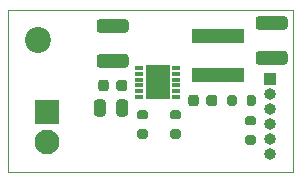
<source format=gbr>
%TF.GenerationSoftware,KiCad,Pcbnew,(5.1.9)-1*%
%TF.CreationDate,2021-04-13T21:36:38+02:00*%
%TF.ProjectId,PS-DC-3V3-2A,50532d44-432d-4335-9633-2d32412e6b69,V1.0*%
%TF.SameCoordinates,Original*%
%TF.FileFunction,Soldermask,Top*%
%TF.FilePolarity,Negative*%
%FSLAX46Y46*%
G04 Gerber Fmt 4.6, Leading zero omitted, Abs format (unit mm)*
G04 Created by KiCad (PCBNEW (5.1.9)-1) date 2021-04-13 21:36:38*
%MOMM*%
%LPD*%
G01*
G04 APERTURE LIST*
%TA.AperFunction,Profile*%
%ADD10C,0.050000*%
%TD*%
%ADD11C,2.200000*%
%ADD12R,4.400000X1.180000*%
%ADD13O,1.000000X1.000000*%
%ADD14R,1.000000X1.000000*%
%ADD15R,0.650000X0.300000*%
%ADD16R,2.050000X2.860000*%
%ADD17C,2.100000*%
%ADD18R,2.100000X2.100000*%
G04 APERTURE END LIST*
D10*
X135890000Y-93980000D02*
X160020000Y-93980000D01*
X135890000Y-107696000D02*
X135890000Y-93980000D01*
X160020000Y-107696000D02*
X135890000Y-107696000D01*
X160020000Y-93980000D02*
X160020000Y-107696000D01*
D11*
%TO.C,MP0*%
X138430000Y-96520000D03*
%TD*%
D12*
%TO.C,L1*%
X153670000Y-99445000D03*
X153670000Y-96135000D03*
%TD*%
%TO.C,R4*%
G36*
G01*
X156739000Y-103715000D02*
X156189000Y-103715000D01*
G75*
G02*
X155989000Y-103515000I0J200000D01*
G01*
X155989000Y-103115000D01*
G75*
G02*
X156189000Y-102915000I200000J0D01*
G01*
X156739000Y-102915000D01*
G75*
G02*
X156939000Y-103115000I0J-200000D01*
G01*
X156939000Y-103515000D01*
G75*
G02*
X156739000Y-103715000I-200000J0D01*
G01*
G37*
G36*
G01*
X156739000Y-105365000D02*
X156189000Y-105365000D01*
G75*
G02*
X155989000Y-105165000I0J200000D01*
G01*
X155989000Y-104765000D01*
G75*
G02*
X156189000Y-104565000I200000J0D01*
G01*
X156739000Y-104565000D01*
G75*
G02*
X156939000Y-104765000I0J-200000D01*
G01*
X156939000Y-105165000D01*
G75*
G02*
X156739000Y-105365000I-200000J0D01*
G01*
G37*
%TD*%
D13*
%TO.C,J2*%
X158115000Y-106172000D03*
X158115000Y-104902000D03*
X158115000Y-103632000D03*
X158115000Y-102362000D03*
X158115000Y-101092000D03*
D14*
X158115000Y-99822000D03*
%TD*%
%TO.C,C5*%
G36*
G01*
X143679999Y-97674000D02*
X145880001Y-97674000D01*
G75*
G02*
X146130000Y-97923999I0J-249999D01*
G01*
X146130000Y-98574001D01*
G75*
G02*
X145880001Y-98824000I-249999J0D01*
G01*
X143679999Y-98824000D01*
G75*
G02*
X143430000Y-98574001I0J249999D01*
G01*
X143430000Y-97923999D01*
G75*
G02*
X143679999Y-97674000I249999J0D01*
G01*
G37*
G36*
G01*
X143679999Y-94724000D02*
X145880001Y-94724000D01*
G75*
G02*
X146130000Y-94973999I0J-249999D01*
G01*
X146130000Y-95624001D01*
G75*
G02*
X145880001Y-95874000I-249999J0D01*
G01*
X143679999Y-95874000D01*
G75*
G02*
X143430000Y-95624001I0J249999D01*
G01*
X143430000Y-94973999D01*
G75*
G02*
X143679999Y-94724000I249999J0D01*
G01*
G37*
%TD*%
%TO.C,C1*%
G36*
G01*
X144455000Y-100080000D02*
X144455000Y-100580000D01*
G75*
G02*
X144230000Y-100805000I-225000J0D01*
G01*
X143780000Y-100805000D01*
G75*
G02*
X143555000Y-100580000I0J225000D01*
G01*
X143555000Y-100080000D01*
G75*
G02*
X143780000Y-99855000I225000J0D01*
G01*
X144230000Y-99855000D01*
G75*
G02*
X144455000Y-100080000I0J-225000D01*
G01*
G37*
G36*
G01*
X146005000Y-100080000D02*
X146005000Y-100580000D01*
G75*
G02*
X145780000Y-100805000I-225000J0D01*
G01*
X145330000Y-100805000D01*
G75*
G02*
X145105000Y-100580000I0J225000D01*
G01*
X145105000Y-100080000D01*
G75*
G02*
X145330000Y-99855000I225000J0D01*
G01*
X145780000Y-99855000D01*
G75*
G02*
X146005000Y-100080000I0J-225000D01*
G01*
G37*
%TD*%
D15*
%TO.C,U1*%
X150140000Y-101326000D03*
X147040000Y-101326000D03*
D16*
X148590000Y-100076000D03*
D15*
X150140000Y-98826000D03*
X150140000Y-99326000D03*
X150140000Y-99826000D03*
X150140000Y-100326000D03*
X150140000Y-100826000D03*
X147040000Y-100826000D03*
X147040000Y-100326000D03*
X147040000Y-99826000D03*
X147040000Y-99326000D03*
X147040000Y-98826000D03*
%TD*%
%TO.C,R3*%
G36*
G01*
X149839000Y-104057000D02*
X150389000Y-104057000D01*
G75*
G02*
X150589000Y-104257000I0J-200000D01*
G01*
X150589000Y-104657000D01*
G75*
G02*
X150389000Y-104857000I-200000J0D01*
G01*
X149839000Y-104857000D01*
G75*
G02*
X149639000Y-104657000I0J200000D01*
G01*
X149639000Y-104257000D01*
G75*
G02*
X149839000Y-104057000I200000J0D01*
G01*
G37*
G36*
G01*
X149839000Y-102407000D02*
X150389000Y-102407000D01*
G75*
G02*
X150589000Y-102607000I0J-200000D01*
G01*
X150589000Y-103007000D01*
G75*
G02*
X150389000Y-103207000I-200000J0D01*
G01*
X149839000Y-103207000D01*
G75*
G02*
X149639000Y-103007000I0J200000D01*
G01*
X149639000Y-102607000D01*
G75*
G02*
X149839000Y-102407000I200000J0D01*
G01*
G37*
%TD*%
%TO.C,R2*%
G36*
G01*
X155277000Y-101325000D02*
X155277000Y-101875000D01*
G75*
G02*
X155077000Y-102075000I-200000J0D01*
G01*
X154677000Y-102075000D01*
G75*
G02*
X154477000Y-101875000I0J200000D01*
G01*
X154477000Y-101325000D01*
G75*
G02*
X154677000Y-101125000I200000J0D01*
G01*
X155077000Y-101125000D01*
G75*
G02*
X155277000Y-101325000I0J-200000D01*
G01*
G37*
G36*
G01*
X156927000Y-101325000D02*
X156927000Y-101875000D01*
G75*
G02*
X156727000Y-102075000I-200000J0D01*
G01*
X156327000Y-102075000D01*
G75*
G02*
X156127000Y-101875000I0J200000D01*
G01*
X156127000Y-101325000D01*
G75*
G02*
X156327000Y-101125000I200000J0D01*
G01*
X156727000Y-101125000D01*
G75*
G02*
X156927000Y-101325000I0J-200000D01*
G01*
G37*
%TD*%
%TO.C,R1*%
G36*
G01*
X147045000Y-104057000D02*
X147595000Y-104057000D01*
G75*
G02*
X147795000Y-104257000I0J-200000D01*
G01*
X147795000Y-104657000D01*
G75*
G02*
X147595000Y-104857000I-200000J0D01*
G01*
X147045000Y-104857000D01*
G75*
G02*
X146845000Y-104657000I0J200000D01*
G01*
X146845000Y-104257000D01*
G75*
G02*
X147045000Y-104057000I200000J0D01*
G01*
G37*
G36*
G01*
X147045000Y-102407000D02*
X147595000Y-102407000D01*
G75*
G02*
X147795000Y-102607000I0J-200000D01*
G01*
X147795000Y-103007000D01*
G75*
G02*
X147595000Y-103207000I-200000J0D01*
G01*
X147045000Y-103207000D01*
G75*
G02*
X146845000Y-103007000I0J200000D01*
G01*
X146845000Y-102607000D01*
G75*
G02*
X147045000Y-102407000I200000J0D01*
G01*
G37*
%TD*%
D17*
%TO.C,J1*%
X139192000Y-105156000D03*
D18*
X139192000Y-102616000D03*
%TD*%
%TO.C,C4*%
G36*
G01*
X159342001Y-95620000D02*
X157141999Y-95620000D01*
G75*
G02*
X156892000Y-95370001I0J249999D01*
G01*
X156892000Y-94719999D01*
G75*
G02*
X157141999Y-94470000I249999J0D01*
G01*
X159342001Y-94470000D01*
G75*
G02*
X159592000Y-94719999I0J-249999D01*
G01*
X159592000Y-95370001D01*
G75*
G02*
X159342001Y-95620000I-249999J0D01*
G01*
G37*
G36*
G01*
X159342001Y-98570000D02*
X157141999Y-98570000D01*
G75*
G02*
X156892000Y-98320001I0J249999D01*
G01*
X156892000Y-97669999D01*
G75*
G02*
X157141999Y-97420000I249999J0D01*
G01*
X159342001Y-97420000D01*
G75*
G02*
X159592000Y-97669999I0J-249999D01*
G01*
X159592000Y-98320001D01*
G75*
G02*
X159342001Y-98570000I-249999J0D01*
G01*
G37*
%TD*%
%TO.C,C3*%
G36*
G01*
X152725000Y-101850000D02*
X152725000Y-101350000D01*
G75*
G02*
X152950000Y-101125000I225000J0D01*
G01*
X153400000Y-101125000D01*
G75*
G02*
X153625000Y-101350000I0J-225000D01*
G01*
X153625000Y-101850000D01*
G75*
G02*
X153400000Y-102075000I-225000J0D01*
G01*
X152950000Y-102075000D01*
G75*
G02*
X152725000Y-101850000I0J225000D01*
G01*
G37*
G36*
G01*
X151175000Y-101850000D02*
X151175000Y-101350000D01*
G75*
G02*
X151400000Y-101125000I225000J0D01*
G01*
X151850000Y-101125000D01*
G75*
G02*
X152075000Y-101350000I0J-225000D01*
G01*
X152075000Y-101850000D01*
G75*
G02*
X151850000Y-102075000I-225000J0D01*
G01*
X151400000Y-102075000D01*
G75*
G02*
X151175000Y-101850000I0J225000D01*
G01*
G37*
%TD*%
%TO.C,C2*%
G36*
G01*
X144203000Y-101760000D02*
X144203000Y-102710000D01*
G75*
G02*
X143953000Y-102960000I-250000J0D01*
G01*
X143453000Y-102960000D01*
G75*
G02*
X143203000Y-102710000I0J250000D01*
G01*
X143203000Y-101760000D01*
G75*
G02*
X143453000Y-101510000I250000J0D01*
G01*
X143953000Y-101510000D01*
G75*
G02*
X144203000Y-101760000I0J-250000D01*
G01*
G37*
G36*
G01*
X146103000Y-101760000D02*
X146103000Y-102710000D01*
G75*
G02*
X145853000Y-102960000I-250000J0D01*
G01*
X145353000Y-102960000D01*
G75*
G02*
X145103000Y-102710000I0J250000D01*
G01*
X145103000Y-101760000D01*
G75*
G02*
X145353000Y-101510000I250000J0D01*
G01*
X145853000Y-101510000D01*
G75*
G02*
X146103000Y-101760000I0J-250000D01*
G01*
G37*
%TD*%
M02*

</source>
